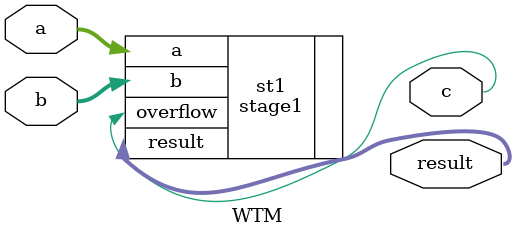
<source format=v>
module WTM(a, b, result, c);
	input [4: 0] a, b;
	output [9: 0] result;
	output c;
	
	stage1 st1(.a(a), .b(b), .result(result), .overflow(c));

endmodule
</source>
